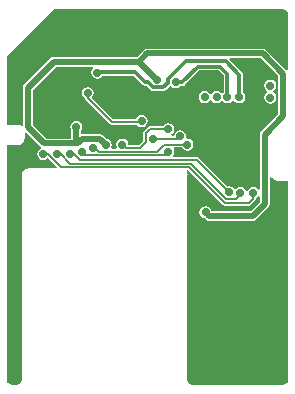
<source format=gbl>
G04 Layer_Physical_Order=2*
G04 Layer_Color=16711680*
%FSLAX25Y25*%
%MOIN*%
G70*
G01*
G75*
%ADD24C,0.01969*%
%ADD25C,0.00600*%
%ADD27C,0.01181*%
%ADD28C,0.00598*%
%ADD33C,0.02756*%
%ADD34C,0.02756*%
G36*
X172863Y433870D02*
X173160Y433671D01*
X173510Y433601D01*
X181624D01*
X181975Y433671D01*
X182272Y433870D01*
X183719Y435316D01*
X183917Y435613D01*
X183987Y435964D01*
Y436030D01*
X184496Y436370D01*
X184697Y436672D01*
X185197Y436520D01*
Y434822D01*
X182099Y431724D01*
X169058D01*
X169049Y431733D01*
X168962Y432171D01*
X168525Y432825D01*
X167871Y433262D01*
X167100Y433415D01*
X166329Y433262D01*
X165675Y432825D01*
X165238Y432171D01*
X165085Y431400D01*
X165238Y430629D01*
X165675Y429975D01*
X166329Y429538D01*
X166767Y429451D01*
X167249Y428969D01*
X167772Y428619D01*
X168390Y428497D01*
X182768D01*
X183385Y428619D01*
X183909Y428969D01*
X187952Y433012D01*
X188302Y433536D01*
X188425Y434154D01*
Y443098D01*
X188925Y443250D01*
X189329Y442644D01*
X190119Y442116D01*
X191051Y441931D01*
Y441966D01*
X194556D01*
Y375468D01*
X194548D01*
X194431Y374884D01*
X194100Y374388D01*
X193605Y374057D01*
X193020Y373940D01*
Y373932D01*
X162598D01*
Y373940D01*
X162014Y374057D01*
X161518Y374388D01*
X161187Y374884D01*
X161070Y375468D01*
X161062D01*
Y443701D01*
X161097D01*
X160911Y444633D01*
X160786Y444819D01*
X161029Y445316D01*
X161378Y445354D01*
X172863Y433870D01*
D02*
G37*
G36*
X112245Y453190D02*
X112275Y453170D01*
X112221Y452649D01*
X111567Y452212D01*
X111130Y451559D01*
X110977Y450787D01*
X111130Y450016D01*
X111567Y449363D01*
X112221Y448926D01*
X112992Y448772D01*
X113763Y448926D01*
X114417Y449363D01*
X114608Y449381D01*
X117426Y446563D01*
X117235Y446101D01*
X108268D01*
Y446136D01*
X107336Y445951D01*
X106546Y445423D01*
X106018Y444633D01*
X105833Y443701D01*
X105867D01*
Y375468D01*
X105859D01*
X105743Y374884D01*
X105411Y374388D01*
X104915Y374057D01*
X104331Y373940D01*
Y373932D01*
X102469D01*
Y373940D01*
X101884Y374057D01*
X101388Y374388D01*
X101057Y374884D01*
X100940Y375468D01*
X100932D01*
Y453777D01*
X104437D01*
Y453742D01*
X105369Y453928D01*
X106159Y454455D01*
X106687Y455245D01*
X106872Y456177D01*
X106837D01*
Y457890D01*
X107337Y458097D01*
X112245Y453190D01*
D02*
G37*
G36*
X193020Y499044D02*
X193605Y498927D01*
X194100Y498596D01*
X194431Y498101D01*
X194548Y497516D01*
X194556D01*
Y478892D01*
X194385Y478777D01*
X194056Y478698D01*
X187263Y485491D01*
X186740Y485841D01*
X186122Y485964D01*
X147736D01*
X147119Y485841D01*
X146595Y485491D01*
X144213Y483110D01*
X116535D01*
X115918Y482987D01*
X115394Y482637D01*
X106733Y473976D01*
X106383Y473452D01*
X106260Y472835D01*
Y460401D01*
X105760Y460134D01*
X105369Y460395D01*
X104437Y460581D01*
Y460546D01*
X100932D01*
Y483551D01*
X100936Y483562D01*
X116423Y499048D01*
X116433Y499052D01*
X193020D01*
Y499044D01*
D02*
G37*
G36*
X191386Y476804D02*
Y464141D01*
X185670Y458425D01*
X185320Y457901D01*
X185197Y457283D01*
Y439070D01*
X184697Y438918D01*
X184496Y439220D01*
X183842Y439657D01*
X183071Y439810D01*
X182300Y439657D01*
X181646Y439220D01*
X181209Y438566D01*
X181160Y438321D01*
X180651D01*
X180602Y438566D01*
X180165Y439220D01*
X179511Y439657D01*
X178740Y439810D01*
X177969Y439657D01*
X177315Y439220D01*
X177236Y439102D01*
X176635D01*
X176425Y439417D01*
X175771Y439854D01*
X175000Y440007D01*
X174400Y439888D01*
X164821Y449467D01*
X164524Y449665D01*
X164173Y449735D01*
X156360D01*
X156206Y450235D01*
X156586Y450804D01*
X156739Y451575D01*
X156586Y452346D01*
X156469Y452521D01*
X156736Y453021D01*
X159259D01*
X159599Y452512D01*
X160252Y452075D01*
X161024Y451922D01*
X161795Y452075D01*
X162449Y452512D01*
X162885Y453166D01*
X163039Y453937D01*
X162885Y454708D01*
X162449Y455362D01*
X161795Y455799D01*
X161024Y455952D01*
X160614Y456381D01*
X160677Y456693D01*
X160523Y457464D01*
X160086Y458118D01*
X159433Y458555D01*
X158661Y458708D01*
X157890Y458555D01*
X157237Y458118D01*
X156800Y457464D01*
X156672Y456821D01*
X155839D01*
X155687Y457322D01*
X156149Y457630D01*
X156586Y458284D01*
X156739Y459055D01*
X156586Y459826D01*
X156149Y460480D01*
X155496Y460917D01*
X154724Y461070D01*
X153953Y460917D01*
X153299Y460480D01*
X152960Y459971D01*
X148425D01*
X148075Y459901D01*
X147777Y459703D01*
X146596Y458522D01*
X146398Y458225D01*
X146328Y457874D01*
Y455104D01*
X144982Y453758D01*
X141532D01*
X141385Y453937D01*
X141232Y454708D01*
X140795Y455362D01*
X140141Y455799D01*
X139370Y455952D01*
X138599Y455799D01*
X137945Y455362D01*
X137508Y454708D01*
X137355Y453937D01*
X137508Y453166D01*
X137625Y452991D01*
X137358Y452491D01*
X135870D01*
X135603Y452991D01*
X135720Y453166D01*
X135873Y453937D01*
X135720Y454708D01*
X135283Y455362D01*
X134629Y455799D01*
X134192Y455886D01*
X133220Y456858D01*
X132696Y457207D01*
X132079Y457330D01*
X125939D01*
X125629Y457584D01*
Y458700D01*
X125877Y459071D01*
X126031Y459842D01*
X125877Y460614D01*
X125441Y461267D01*
X124787Y461704D01*
X124016Y461858D01*
X123245Y461704D01*
X122591Y461267D01*
X122154Y460614D01*
X122001Y459842D01*
X122154Y459071D01*
X122402Y458700D01*
Y455944D01*
X114054D01*
X109488Y460511D01*
Y472166D01*
X117204Y479882D01*
X129442D01*
X129594Y479382D01*
X129587Y479378D01*
X129150Y478724D01*
X128997Y477953D01*
X129150Y477182D01*
X129587Y476528D01*
X130241Y476091D01*
X131012Y475938D01*
X131783Y476091D01*
X132437Y476528D01*
X132716Y476945D01*
X143139D01*
X146139Y473946D01*
X146532Y473683D01*
X146996Y473591D01*
X147442D01*
X148867Y472166D01*
X149260Y471904D01*
X149724Y471811D01*
X152945D01*
X153409Y471904D01*
X153802Y472166D01*
X155090Y473455D01*
X155588Y473406D01*
X155675Y473275D01*
X156329Y472838D01*
X157100Y472685D01*
X157871Y472838D01*
X158525Y473275D01*
X158667Y473488D01*
X159346D01*
X159810Y473580D01*
X160203Y473843D01*
X165069Y478709D01*
X171545D01*
X173197Y477057D01*
Y471252D01*
X172985Y471110D01*
X172893Y470973D01*
X172393D01*
X172225Y471225D01*
X171571Y471662D01*
X170800Y471815D01*
X170029Y471662D01*
X169375Y471225D01*
X169088Y470795D01*
X168512D01*
X168225Y471225D01*
X167571Y471662D01*
X166800Y471815D01*
X166029Y471662D01*
X165375Y471225D01*
X164938Y470571D01*
X164785Y469800D01*
X164938Y469029D01*
X165375Y468375D01*
X166029Y467938D01*
X166800Y467785D01*
X167571Y467938D01*
X168225Y468375D01*
X168512Y468805D01*
X169088D01*
X169375Y468375D01*
X170029Y467938D01*
X170800Y467785D01*
X171571Y467938D01*
X172225Y468375D01*
X172316Y468512D01*
X172816D01*
X172985Y468260D01*
X173638Y467823D01*
X174409Y467670D01*
X175181Y467823D01*
X175834Y468260D01*
X176077Y468624D01*
X176679D01*
X176922Y468260D01*
X177575Y467823D01*
X178347Y467670D01*
X179118Y467823D01*
X179771Y468260D01*
X180208Y468914D01*
X180362Y469685D01*
X180208Y470456D01*
X179771Y471110D01*
X179559Y471252D01*
Y477165D01*
X179466Y477629D01*
X179204Y478022D01*
X174989Y482237D01*
X175197Y482737D01*
X185454D01*
X191386Y476804D01*
D02*
G37*
%LPC*%
G36*
X188700Y475615D02*
X187929Y475462D01*
X187275Y475025D01*
X186838Y474371D01*
X186685Y473600D01*
X186838Y472829D01*
X187275Y472175D01*
X187705Y471888D01*
Y471312D01*
X187275Y471025D01*
X186838Y470371D01*
X186685Y469600D01*
X186838Y468829D01*
X187275Y468175D01*
X187929Y467738D01*
X188700Y467585D01*
X189471Y467738D01*
X190125Y468175D01*
X190562Y468829D01*
X190715Y469600D01*
X190562Y470371D01*
X190125Y471025D01*
X189695Y471312D01*
Y471888D01*
X190125Y472175D01*
X190562Y472829D01*
X190715Y473600D01*
X190562Y474371D01*
X190125Y475025D01*
X189471Y475462D01*
X188700Y475615D01*
D02*
G37*
G36*
X127800Y473115D02*
X127029Y472962D01*
X126375Y472525D01*
X125938Y471871D01*
X125785Y471100D01*
X125938Y470329D01*
X126375Y469675D01*
X126923Y469309D01*
X126954Y469150D01*
X127153Y468853D01*
X135149Y460857D01*
X135149Y460857D01*
X135446Y460658D01*
X135796Y460589D01*
X144232D01*
X144375Y460375D01*
X145029Y459938D01*
X145800Y459785D01*
X146571Y459938D01*
X147225Y460375D01*
X147662Y461029D01*
X147815Y461800D01*
X147662Y462571D01*
X147225Y463225D01*
X146571Y463662D01*
X145800Y463815D01*
X145029Y463662D01*
X144375Y463225D01*
X143938Y462571D01*
X143908Y462419D01*
X136175D01*
X129198Y469397D01*
X129225Y469675D01*
X129662Y470329D01*
X129815Y471100D01*
X129662Y471871D01*
X129225Y472525D01*
X128571Y472962D01*
X127800Y473115D01*
D02*
G37*
%LPD*%
D24*
X174800Y430110D02*
X182768D01*
X169640D02*
X174800D01*
X168390D02*
X169640D01*
X167100Y431400D02*
X168390Y430110D01*
X186122Y484350D02*
X193000Y477472D01*
Y463472D02*
Y477472D01*
X186811Y457283D02*
X193000Y463472D01*
X182768Y430110D02*
X186811Y434154D01*
Y457283D01*
X147736Y484350D02*
X186122D01*
X144882Y481496D02*
X147736Y484350D01*
X124016Y454868D02*
Y459842D01*
Y454868D02*
X124553Y454331D01*
X113386D02*
X124553D01*
X132079Y455717D02*
X133858Y453937D01*
X125939Y455717D02*
X132079D01*
X124553Y454331D02*
X125939Y455717D01*
X107874Y459842D02*
X113386Y454331D01*
X107874Y459842D02*
Y472835D01*
X116535Y481496D01*
X144882D01*
X150787Y475591D01*
D25*
X173510Y434517D02*
X181624D01*
X161606Y446422D02*
X173510Y434517D01*
X174007Y435716D02*
X177276D01*
X162102Y447620D02*
X174007Y435716D01*
X183071Y435964D02*
Y437795D01*
X181624Y434517D02*
X183071Y435964D01*
X178740Y437179D02*
Y437795D01*
X177276Y435716D02*
X178740Y437179D01*
X164173Y448819D02*
X175000Y437992D01*
X125127Y448819D02*
X164173D01*
X157874Y455905D02*
X158661Y456693D01*
X149606Y455905D02*
X157874D01*
X149537Y459055D02*
X150000D01*
X147244Y456299D02*
Y456763D01*
X150000Y459055D02*
X154724D01*
X148425D02*
X150000D01*
X147244Y456299D02*
Y457874D01*
Y454724D02*
Y456299D01*
X145361Y452842D02*
X147244Y454724D01*
Y457874D02*
X148425Y459055D01*
X140465Y452842D02*
X145361D01*
X131496Y451575D02*
X150787D01*
X126789Y450376D02*
X153526D01*
X130315Y452756D02*
X131496Y451575D01*
X150787D02*
X153150Y453937D01*
X125984Y451181D02*
X126789Y450376D01*
X153526D02*
X154724Y451575D01*
X139370Y453937D02*
X140465Y452842D01*
X121995Y447620D02*
X162102D01*
X118863Y446422D02*
X161606D01*
X123159Y450787D02*
X125127Y448819D01*
X118828Y450787D02*
X121995Y447620D01*
X114497Y450787D02*
X118863Y446422D01*
X153150Y453937D02*
X161024D01*
X112992Y450787D02*
X114497D01*
X125984Y451181D02*
Y451575D01*
X117717Y450787D02*
X118828D01*
X122047D02*
X123159D01*
X129528Y452756D02*
X130315D01*
D27*
X160471Y481701D02*
X173811D01*
X159346Y474700D02*
X164567Y479921D01*
X154533Y475763D02*
X160471Y481701D01*
X154533Y474612D02*
Y475763D01*
X152945Y473024D02*
X154533Y474612D01*
X157100Y474700D02*
X159346D01*
X173811Y481701D02*
X178347Y477165D01*
X172047Y479921D02*
X174409Y477559D01*
X164567Y479921D02*
X172047D01*
X143642Y478158D02*
X146996Y474803D01*
X178347Y469685D02*
Y477165D01*
X149724Y473024D02*
X152945D01*
X147945Y474803D02*
X149724Y473024D01*
X146996Y474803D02*
X147945D01*
X174409Y469685D02*
Y477559D01*
X131217Y478158D02*
X143642D01*
X131012Y477953D02*
X131217Y478158D01*
D28*
X145504Y461504D02*
X145800Y461800D01*
X135796Y461504D02*
X145504D01*
X127800Y469500D02*
X135796Y461504D01*
X127800Y469500D02*
Y471100D01*
D33*
X162800Y440300D02*
D03*
X167100Y431400D02*
D03*
X170866Y433071D02*
D03*
X192600Y376300D02*
D03*
X184900Y381500D02*
D03*
X179200Y387100D02*
D03*
X188100Y408500D02*
D03*
X188200Y391800D02*
D03*
X182000Y398200D02*
D03*
Y414300D02*
D03*
Y424300D02*
D03*
X127800Y471100D02*
D03*
X145800Y461800D02*
D03*
X111221Y463583D02*
D03*
X170100Y495400D02*
D03*
X162992Y397638D02*
D03*
X163500Y375900D02*
D03*
X192100Y404300D02*
D03*
X187600Y426500D02*
D03*
X163386Y425197D02*
D03*
X191400Y437600D02*
D03*
X102500Y463800D02*
D03*
X112500Y461300D02*
D03*
X108900Y453600D02*
D03*
X188700Y465600D02*
D03*
X157100Y474700D02*
D03*
X162800Y469800D02*
D03*
X170800D02*
D03*
X188700Y469600D02*
D03*
Y473600D02*
D03*
X140059Y473721D02*
D03*
X103543Y376575D02*
D03*
X102756Y416929D02*
D03*
X162992Y416535D02*
D03*
X175984Y453740D02*
D03*
X170472Y447638D02*
D03*
X182283D02*
D03*
X181496Y459842D02*
D03*
X169685Y460236D02*
D03*
X183071Y437795D02*
D03*
X178740D02*
D03*
X175000Y437992D02*
D03*
X149606Y455905D02*
D03*
X154724Y459055D02*
D03*
X170472Y477165D02*
D03*
X178347Y469685D02*
D03*
X174409D02*
D03*
X131012Y477953D02*
D03*
X124016Y459842D02*
D03*
X150787Y475591D02*
D03*
X140551Y463779D02*
D03*
X116535Y457480D02*
D03*
X133858Y453937D02*
D03*
X139370D02*
D03*
X125984Y451575D02*
D03*
X129528Y452756D02*
D03*
X154724Y451575D02*
D03*
X158661Y456693D02*
D03*
X161024Y453937D02*
D03*
X143701Y455512D02*
D03*
X117717Y450787D02*
D03*
X112992D02*
D03*
X122047D02*
D03*
D34*
X166800Y469800D02*
D03*
M02*

</source>
